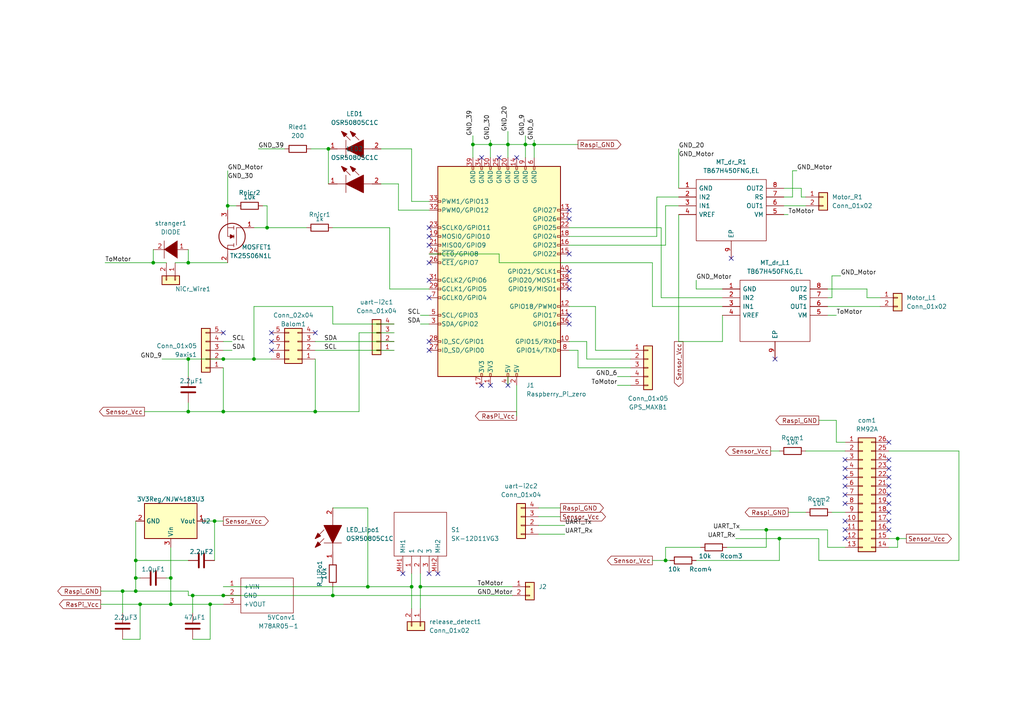
<source format=kicad_sch>
(kicad_sch (version 20211123) (generator eeschema)
  (paper "A4")
  (title_block (title "CanSat_MainBoard") (rev "1") (company "FUSiON_NEO"))
  (lib_symbols
    (symbol "Connector:Raspberry_Pi_2_3" (pin_names (offset 1.016))
      (property "Reference" "J" (at -17.78 31.75 0))
      (property "Value" "Raspberry_Pi_2_3" (at 10.16 -31.75 0))
      (symbol "Raspberry_Pi_2_3_0_1"
        (rectangle (start -17.78 30.48) (end 17.78 -30.48) (stroke (width 0.254)) (fill (type background)))
      )
      (symbol "Raspberry_Pi_2_3_1_1"
        (rectangle (start -16.891 -17.526) (end -17.78 -18.034))
        (rectangle (start -16.891 -14.986) (end -17.78 -15.494))
        (rectangle (start -16.891 -12.446) (end -17.78 -12.954))
        (rectangle (start -16.891 -9.906) (end -17.78 -10.414))
        (rectangle (start -16.891 -7.366) (end -17.78 -7.874))
        (rectangle (start -16.891 -4.826) (end -17.78 -5.334))
        (rectangle (start -16.891 0.254) (end -17.78 -0.254))
        (rectangle (start -16.891 2.794) (end -17.78 2.286))
        (rectangle (start -16.891 5.334) (end -17.78 4.826))
        (rectangle (start -16.891 10.414) (end -17.78 9.906))
        (rectangle (start -16.891 12.954) (end -17.78 12.446))
        (rectangle (start -16.891 15.494) (end -17.78 14.986))
        (rectangle (start -16.891 20.574) (end -17.78 20.066))
        (rectangle (start -16.891 23.114) (end -17.78 22.606))
        (rectangle (start -10.414 -29.591) (end -9.906 -30.48))
        (rectangle (start -7.874 -29.591) (end -7.366 -30.48))
        (rectangle (start -5.334 -29.591) (end -4.826 -30.48))
        (rectangle (start -5.334 30.48) (end -4.826 29.591))
        (rectangle (start -2.794 -29.591) (end -2.286 -30.48))
        (rectangle (start -2.794 30.48) (end -2.286 29.591))
        (rectangle (start -0.254 -29.591) (end 0.254 -30.48))
        (rectangle (start 2.286 -29.591) (end 2.794 -30.48))
        (rectangle (start 2.286 30.48) (end 2.794 29.591))
        (rectangle (start 4.826 -29.591) (end 5.334 -30.48))
        (rectangle (start 4.826 30.48) (end 5.334 29.591))
        (rectangle (start 7.366 -29.591) (end 7.874 -30.48))
        (rectangle (start 17.78 -20.066) (end 16.891 -20.574))
        (rectangle (start 17.78 -17.526) (end 16.891 -18.034))
        (rectangle (start 17.78 -12.446) (end 16.891 -12.954))
        (rectangle (start 17.78 -9.906) (end 16.891 -10.414))
        (rectangle (start 17.78 -7.366) (end 16.891 -7.874))
        (rectangle (start 17.78 -4.826) (end 16.891 -5.334))
        (rectangle (start 17.78 -2.286) (end 16.891 -2.794))
        (rectangle (start 17.78 2.794) (end 16.891 2.286))
        (rectangle (start 17.78 5.334) (end 16.891 4.826))
        (rectangle (start 17.78 7.874) (end 16.891 7.366))
        (rectangle (start 17.78 12.954) (end 16.891 12.446))
        (rectangle (start 17.78 15.494) (end 16.891 14.986))
        (rectangle (start 17.78 20.574) (end 16.891 20.066))
        (rectangle (start 17.78 23.114) (end 16.891 22.606))
        (pin power_in line (at 2.54 33.02 270) (length 2.54) (name "3V3") (number "1"))
        (pin bidirectional line (at -20.32 20.32 0) (length 2.54) (name "GPIO15/RXD") (number "10"))
        (pin bidirectional line (at -20.32 12.7 0) (length 2.54) (name "GPIO17") (number "11"))
        (pin bidirectional line (at -20.32 10.16 0) (length 2.54) (name "GPIO18/PWM0") (number "12"))
        (pin bidirectional line (at -20.32 -17.78 0) (length 2.54) (name "GPIO27") (number "13"))
        (pin power_in line (at -5.08 -33.02 90) (length 2.54) (name "GND") (number "14"))
        (pin bidirectional line (at -20.32 -5.08 0) (length 2.54) (name "GPIO22") (number "15"))
        (pin bidirectional line (at -20.32 -7.62 0) (length 2.54) (name "GPIO23") (number "16"))
        (pin power_in line (at 5.08 33.02 270) (length 2.54) (name "3V3") (number "17"))
        (pin bidirectional line (at -20.32 -10.16 0) (length 2.54) (name "GPIO24") (number "18"))
        (pin bidirectional line (at 20.32 -10.16 180) (length 2.54) (name "MOSI0/GPIO10") (number "19"))
        (pin power_in line (at -5.08 33.02 270) (length 2.54) (name "5V") (number "2"))
        (pin power_in line (at -2.54 -33.02 90) (length 2.54) (name "GND") (number "20"))
        (pin bidirectional line (at 20.32 -7.62 180) (length 2.54) (name "MISO0/GPIO9") (number "21"))
        (pin bidirectional line (at -20.32 -12.7 0) (length 2.54) (name "GPIO25") (number "22"))
        (pin bidirectional line (at 20.32 -12.7 180) (length 2.54) (name "SCLK0/GPIO11") (number "23"))
        (pin bidirectional line (at 20.32 -5.08 180) (length 2.54) (name "~{CE0}/GPIO8") (number "24"))
        (pin power_in line (at 0 -33.02 90) (length 2.54) (name "GND") (number "25"))
        (pin bidirectional line (at 20.32 -2.54 180) (length 2.54) (name "~{CE1}/GPIO7") (number "26"))
        (pin bidirectional line (at 20.32 22.86 180) (length 2.54) (name "ID_SD/GPIO0") (number "27"))
        (pin bidirectional line (at 20.32 20.32 180) (length 2.54) (name "ID_SC/GPIO1") (number "28"))
        (pin bidirectional line (at 20.32 5.08 180) (length 2.54) (name "GCLK1/GPIO5") (number "29"))
        (pin bidirectional line (at 20.32 15.24 180) (length 2.54) (name "SDA/GPIO2") (number "3"))
        (pin power_in line (at 2.54 -33.02 90) (length 2.54) (name "GND") (number "30"))
        (pin bidirectional line (at 20.32 2.54 180) (length 2.54) (name "GCLK2/GPIO6") (number "31"))
        (pin bidirectional line (at 20.32 -17.78 180) (length 2.54) (name "PWM0/GPIO12") (number "32"))
        (pin bidirectional line (at 20.32 -20.32 180) (length 2.54) (name "PWM1/GPIO13") (number "33"))
        (pin power_in line (at 5.08 -33.02 90) (length 2.54) (name "GND") (number "34"))
        (pin bidirectional line (at -20.32 5.08 0) (length 2.54) (name "GPIO19/MISO1") (number "35"))
        (pin bidirectional line (at -20.32 15.24 0) (length 2.54) (name "GPIO16") (number "36"))
        (pin bidirectional line (at -20.32 -15.24 0) (length 2.54) (name "GPIO26") (number "37"))
        (pin bidirectional line (at -20.32 2.54 0) (length 2.54) (name "GPIO20/MOSI1") (number "38"))
        (pin power_in line (at 7.62 -33.02 90) (length 2.54) (name "GND") (number "39"))
        (pin power_in line (at -2.54 33.02 270) (length 2.54) (name "5V") (number "4"))
        (pin bidirectional line (at -20.32 0 0) (length 2.54) (name "GPIO21/SCLK1") (number "40"))
        (pin bidirectional line (at 20.32 12.7 180) (length 2.54) (name "SCL/GPIO3") (number "5"))
        (pin power_in line (at -10.16 -33.02 90) (length 2.54) (name "GND") (number "6"))
        (pin bidirectional line (at 20.32 7.62 180) (length 2.54) (name "GCLK0/GPIO4") (number "7"))
        (pin bidirectional line (at -20.32 22.86 0) (length 2.54) (name "GPIO14/TXD") (number "8"))
        (pin power_in line (at -7.62 -33.02 90) (length 2.54) (name "GND") (number "9"))
      )
    )
    (symbol "Connector_Generic:Conn_01x02" (pin_names (offset 1.016) hide)
      (property "Reference" "J" (at 0 2.54 0))
      (property "Value" "Conn_01x02" (at 0 -5.08 0))
      (symbol "Conn_01x02_1_1"
        (rectangle (start -1.27 -2.413) (end 0 -2.667) (stroke (width 0.1524)))
        (rectangle (start -1.27 0.127) (end 0 -0.127) (stroke (width 0.1524)))
        (rectangle (start -1.27 1.27) (end 1.27 -3.81) (stroke (width 0.254)) (fill (type background)))
        (pin passive line (at -5.08 0 0) (length 3.81) (name "Pin_1") (number "1"))
        (pin passive line (at -5.08 -2.54 0) (length 3.81) (name "Pin_2") (number "2"))
      )
    )
    (symbol "Connector_Generic:Conn_01x04" (pin_names (offset 1.016) hide)
      (property "Reference" "J" (at 0 5.08 0))
      (property "Value" "Conn_01x04" (at 0 -7.62 0))
      (symbol "Conn_01x04_1_1"
        (rectangle (start -1.27 -4.953) (end 0 -5.207) (stroke (width 0.1524)))
        (rectangle (start -1.27 -2.413) (end 0 -2.667) (stroke (width 0.1524)))
        (rectangle (start -1.27 0.127) (end 0 -0.127) (stroke (width 0.1524)))
        (rectangle (start -1.27 2.667) (end 0 2.413) (stroke (width 0.1524)))
        (rectangle (start -1.27 3.81) (end 1.27 -6.35) (stroke (width 0.254)) (fill (type background)))
        (pin passive line (at -5.08 2.54 0) (length 3.81) (name "Pin_1") (number "1"))
        (pin passive line (at -5.08 0 0) (length 3.81) (name "Pin_2") (number "2"))
        (pin passive line (at -5.08 -2.54 0) (length 3.81) (name "Pin_3") (number "3"))
        (pin passive line (at -5.08 -5.08 0) (length 3.81) (name "Pin_4") (number "4"))
      )
    )
    (symbol "Connector_Generic:Conn_01x05" (pin_names (offset 1.016) hide)
      (property "Reference" "J" (at 0 7.62 0))
      (property "Value" "Conn_01x05" (at 0 -7.62 0))
      (symbol "Conn_01x05_1_1"
        (rectangle (start -1.27 -4.953) (end 0 -5.207) (stroke (width 0.1524)))
        (rectangle (start -1.27 -2.413) (end 0 -2.667) (stroke (width 0.1524)))
        (rectangle (start -1.27 0.127) (end 0 -0.127) (stroke (width 0.1524)))
        (rectangle (start -1.27 2.667) (end 0 2.413) (stroke (width 0.1524)))
        (rectangle (start -1.27 5.207) (end 0 4.953) (stroke (width 0.1524)))
        (rectangle (start -1.27 6.35) (end 1.27 -6.35) (stroke (width 0.254)) (fill (type background)))
        (pin passive line (at -5.08 5.08 0) (length 3.81) (name "Pin_1") (number "1"))
        (pin passive line (at -5.08 2.54 0) (length 3.81) (name "Pin_2") (number "2"))
        (pin passive line (at -5.08 0 0) (length 3.81) (name "Pin_3") (number "3"))
        (pin passive line (at -5.08 -2.54 0) (length 3.81) (name "Pin_4") (number "4"))
        (pin passive line (at -5.08 -5.08 0) (length 3.81) (name "Pin_5") (number "5"))
      )
    )
    (symbol "Connector_Generic:Conn_02x04_Counter_Clockwise" (pin_names (offset 1.016) hide)
      (property "Reference" "J" (at 1.27 5.08 0))
      (property "Value" "Conn_02x04_Counter_Clockwise" (at 1.27 -7.62 0))
      (symbol "Conn_02x04_Counter_Clockwise_1_1"
        (rectangle (start -1.27 -4.953) (end 0 -5.207) (stroke (width 0.1524)))
        (rectangle (start -1.27 -2.413) (end 0 -2.667) (stroke (width 0.1524)))
        (rectangle (start -1.27 0.127) (end 0 -0.127) (stroke (width 0.1524)))
        (rectangle (start -1.27 2.667) (end 0 2.413) (stroke (width 0.1524)))
        (rectangle (start -1.27 3.81) (end 3.81 -6.35) (stroke (width 0.254)) (fill (type background)))
        (rectangle (start 3.81 -4.953) (end 2.54 -5.207) (stroke (width 0.1524)))
        (rectangle (start 3.81 -2.413) (end 2.54 -2.667) (stroke (width 0.1524)))
        (rectangle (start 3.81 0.127) (end 2.54 -0.127) (stroke (width 0.1524)))
        (rectangle (start 3.81 2.667) (end 2.54 2.413) (stroke (width 0.1524)))
        (pin passive line (at -5.08 2.54 0) (length 3.81) (name "Pin_1") (number "1"))
        (pin passive line (at -5.08 0 0) (length 3.81) (name "Pin_2") (number "2"))
        (pin passive line (at -5.08 -2.54 0) (length 3.81) (name "Pin_3") (number "3"))
        (pin passive line (at -5.08 -5.08 0) (length 3.81) (name "Pin_4") (number "4"))
        (pin passive line (at 7.62 -5.08 180) (length 3.81) (name "Pin_5") (number "5"))
        (pin passive line (at 7.62 -2.54 180) (length 3.81) (name "Pin_6") (number "6"))
        (pin passive line (at 7.62 0 180) (length 3.81) (name "Pin_7") (number "7"))
        (pin passive line (at 7.62 2.54 180) (length 3.81) (name "Pin_8") (number "8"))
      )
    )
    (symbol "Connector_Generic:Conn_02x13_Counter_Clockwise" (pin_names (offset 1.016) hide)
      (property "Reference" "J" (at 1.27 17.78 0))
      (property "Value" "Conn_02x13_Counter_Clockwise" (at 1.27 -17.78 0))
      (symbol "Conn_02x13_Counter_Clockwise_1_1"
        (rectangle (start -1.27 -15.113) (end 0 -15.367) (stroke (width 0.1524)))
        (rectangle (start -1.27 -12.573) (end 0 -12.827) (stroke (width 0.1524)))
        (rectangle (start -1.27 -10.033) (end 0 -10.287) (stroke (width 0.1524)))
        (rectangle (start -1.27 -7.493) (end 0 -7.747) (stroke (width 0.1524)))
        (rectangle (start -1.27 -4.953) (end 0 -5.207) (stroke (width 0.1524)))
        (rectangle (start -1.27 -2.413) (end 0 -2.667) (stroke (width 0.1524)))
        (rectangle (start -1.27 0.127) (end 0 -0.127) (stroke (width 0.1524)))
        (rectangle (start -1.27 2.667) (end 0 2.413) (stroke (width 0.1524)))
        (rectangle (start -1.27 5.207) (end 0 4.953) (stroke (width 0.1524)))
        (rectangle (start -1.27 7.747) (end 0 7.493) (stroke (width 0.1524)))
        (rectangle (start -1.27 10.287) (end 0 10.033) (stroke (width 0.1524)))
        (rectangle (start -1.27 12.827) (end 0 12.573) (stroke (width 0.1524)))
        (rectangle (start -1.27 15.367) (end 0 15.113) (stroke (width 0.1524)))
        (rectangle (start -1.27 16.51) (end 3.81 -16.51) (stroke (width 0.254)) (fill (type background)))
        (rectangle (start 3.81 -15.113) (end 2.54 -15.367) (stroke (width 0.1524)))
        (rectangle (start 3.81 -12.573) (end 2.54 -12.827) (stroke (width 0.1524)))
        (rectangle (start 3.81 -10.033) (end 2.54 -10.287) (stroke (width 0.1524)))
        (rectangle (start 3.81 -7.493) (end 2.54 -7.747) (stroke (width 0.1524)))
        (rectangle (start 3.81 -4.953) (end 2.54 -5.207) (stroke (width 0.1524)))
        (rectangle (start 3.81 -2.413) (end 2.54 -2.667) (stroke (width 0.1524)))
        (rectangle (start 3.81 0.127) (end 2.54 -0.127) (stroke (width 0.1524)))
        (rectangle (start 3.81 2.667) (end 2.54 2.413) (stroke (width 0.1524)))
        (rectangle (start 3.81 5.207) (end 2.54 4.953) (stroke (width 0.1524)))
        (rectangle (start 3.81 7.747) (end 2.54 7.493) (stroke (width 0.1524)))
        (rectangle (start 3.81 10.287) (end 2.54 10.033) (stroke (width 0.1524)))
        (rectangle (start 3.81 12.827) (end 2.54 12.573) (stroke (width 0.1524)))
        (rectangle (start 3.81 15.367) (end 2.54 15.113) (stroke (width 0.1524)))
        (pin passive line (at -5.08 15.24 0) (length 3.81) (name "Pin_1") (number "1"))
        (pin passive line (at -5.08 -7.62 0) (length 3.81) (name "Pin_10") (number "10"))
        (pin passive line (at -5.08 -10.16 0) (length 3.81) (name "Pin_11") (number "11"))
        (pin passive line (at -5.08 -12.7 0) (length 3.81) (name "Pin_12") (number "12"))
        (pin passive line (at -5.08 -15.24 0) (length 3.81) (name "Pin_13") (number "13"))
        (pin passive line (at 7.62 -15.24 180) (length 3.81) (name "Pin_14") (number "14"))
        (pin passive line (at 7.62 -12.7 180) (length 3.81) (name "Pin_15") (number "15"))
        (pin passive line (at 7.62 -10.16 180) (length 3.81) (name "Pin_16") (number "16"))
        (pin passive line (at 7.62 -7.62 180) (length 3.81) (name "Pin_17") (number "17"))
        (pin passive line (at 7.62 -5.08 180) (length 3.81) (name "Pin_18") (number "18"))
        (pin passive line (at 7.62 -2.54 180) (length 3.81) (name "Pin_19") (number "19"))
        (pin passive line (at -5.08 12.7 0) (length 3.81) (name "Pin_2") (number "2"))
        (pin passive line (at 7.62 0 180) (length 3.81) (name "Pin_20") (number "20"))
        (pin passive line (at 7.62 2.54 180) (length 3.81) (name "Pin_21") (number "21"))
        (pin passive line (at 7.62 5.08 180) (length 3.81) (name "Pin_22") (number "22"))
        (pin passive line (at 7.62 7.62 180) (length 3.81) (name "Pin_23") (number "23"))
        (pin passive line (at 7.62 10.16 180) (length 3.81) (name "Pin_24") (number "24"))
        (pin passive line (at 7.62 12.7 180) (length 3.81) (name "Pin_25") (number "25"))
        (pin passive line (at 7.62 15.24 180) (length 3.81) (name "Pin_26") (number "26"))
        (pin passive line (at -5.08 10.16 0) (length 3.81) (name "Pin_3") (number "3"))
        (pin passive line (at -5.08 7.62 0) (length 3.81) (name "Pin_4") (number "4"))
        (pin passive line (at -5.08 5.08 0) (length 3.81) (name "Pin_5") (number "5"))
        (pin passive line (at -5.08 2.54 0) (length 3.81) (name "Pin_6") (number "6"))
        (pin passive line (at -5.08 0 0) (length 3.81) (name "Pin_7") (number "7"))
        (pin passive line (at -5.08 -2.54 0) (length 3.81) (name "Pin_8") (number "8"))
        (pin passive line (at -5.08 -5.08 0) (length 3.81) (name "Pin_9") (number "9"))
      )
    )
    (symbol "Device:C" (pin_numbers hide) (pin_names (offset 0.254))
      (property "Reference" "C" (at 0.635 2.54 0))
      (property "Value" "C" (at 0.635 -2.54 0))
      (symbol "C_0_1"
        (polyline (pts (xy -2.032 -0.762) (xy 2.032 -0.762)) (stroke (width 0.508)))
        (polyline (pts (xy -2.032 0.762) (xy 2.032 0.762)) (stroke (width 0.508)))
      )
      (symbol "C_1_1"
        (pin passive line (at 0 3.81 270) (length 2.794) (name "~") (number "1"))
        (pin passive line (at 0 -3.81 90) (length 2.794) (name "~") (number "2"))
      )
    )
    (symbol "Device:R" (pin_numbers hide) (pin_names (offset 0))
      (property "Reference" "R" (at 2.032 0 90))
      (property "Value" "R" (at 0 0 90))
      (symbol "R_0_1"
        (rectangle (start -1.016 -2.54) (end 1.016 2.54) (stroke (width 0.254)))
      )
      (symbol "R_1_1"
        (pin passive line (at 0 3.81 270) (length 1.27) (name "~") (number "1"))
        (pin passive line (at 0 -3.81 90) (length 1.27) (name "~") (number "2"))
      )
    )
    (symbol "M78AR05-1:M78AR05-1" (pin_names (offset 0.762))
      (property "Reference" "PS" (at 21.59 7.62 0))
      (property "Value" "M78AR05-1" (at 21.59 5.08 0))
      (symbol "M78AR05-1_0_0"
        (pin passive line (at 0 0 0) (length 5.08) (name "+VIN") (number "1"))
        (pin passive line (at 0 -2.54 0) (length 5.08) (name "GND") (number "2"))
        (pin passive line (at 0 -5.08 0) (length 5.08) (name "+VOUT") (number "3"))
      )
      (symbol "M78AR05-1_0_1"
        (polyline (pts (xy 5.08 2.54) (xy 20.32 2.54) (xy 20.32 -7.62) (xy 5.08 -7.62) (xy 5.08 2.54)) (stroke (width 0.1524)))
      )
    )
    (symbol "OSR50805C1C:OSR50805C1C" (pin_names (offset 0.762))
      (property "Reference" "LED" (at 12.7 8.89 0))
      (property "Value" "OSR50805C1C" (at 12.7 6.35 0))
      (symbol "OSR50805C1C_0_0"
        (pin passive line (at 0 0 0) (length 2.54) (name "~") (number "1"))
        (pin passive line (at 15.24 0 180) (length 2.54) (name "~") (number "2"))
      )
      (symbol "OSR50805C1C_0_1"
        (polyline (pts (xy 2.54 0) (xy 5.08 0)) (stroke (width 0.1524)))
        (polyline (pts (xy 5.08 2.54) (xy 5.08 -2.54)) (stroke (width 0.1524)))
        (polyline (pts (xy 6.35 2.54) (xy 3.81 5.08)) (stroke (width 0.1524)))
        (polyline (pts (xy 8.89 2.54) (xy 6.35 5.08)) (stroke (width 0.1524)))
        (polyline (pts (xy 10.16 0) (xy 12.7 0)) (stroke (width 0.1524)))
        (polyline (pts (xy 5.08 0) (xy 10.16 2.54) (xy 10.16 -2.54) (xy 5.08 0)) (stroke (width 0.254)) (fill (type outline)))
        (polyline (pts (xy 5.334 4.318) (xy 4.572 3.556) (xy 3.81 5.08) (xy 5.334 4.318)) (stroke (width 0.254)) (fill (type outline)))
        (polyline (pts (xy 7.874 4.318) (xy 7.112 3.556) (xy 6.35 5.08) (xy 7.874 4.318)) (stroke (width 0.254)) (fill (type outline)))
      )
    )
    (symbol "Regulator_Current:HV100K5-G"
      (property "Reference" "U?" (at 0 10.16 90))
      (property "Value" "NJW4183U3" (at -7.62 7.62 90))
      (symbol "HV100K5-G_0_1"
        (rectangle (start -5.08 7.62) (end 5.08 -7.62) (stroke (width 0.254)) (fill (type background)))
      )
      (symbol "HV100K5-G_1_1"
        (pin power_in line (at 0 10.16 270) (length 2.54) (name "Vout") (number "1"))
        (pin power_out line (at 0 -10.16 90) (length 2.54) (name "GND") (number "2"))
        (pin input line (at 7.62 0 180) (length 2.54) (name "Vin") (number "3"))
      )
    )
    (symbol "SK-12D11VG3:SK-12D11VG3" (pin_names (offset 0.762))
      (property "Reference" "S" (at 19.05 7.62 0))
      (property "Value" "SK-12D11VG3" (at 19.05 5.08 0))
      (symbol "SK-12D11VG3_0_0"
        (pin passive line (at 0 -2.54 0) (length 5.08) (name "1") (number "1"))
        (pin passive line (at 0 -5.08 0) (length 5.08) (name "2") (number "2"))
        (pin passive line (at 0 -7.62 0) (length 5.08) (name "3") (number "3"))
        (pin passive line (at 0 0 0) (length 5.08) (name "MH1") (number "MH1"))
        (pin passive line (at 0 -10.16 0) (length 5.08) (name "MH2") (number "MH2"))
      )
      (symbol "SK-12D11VG3_0_1"
        (polyline (pts (xy 5.08 2.54) (xy 17.78 2.54) (xy 17.78 -12.7) (xy 5.08 -12.7) (xy 5.08 2.54)) (stroke (width 0.1524)))
      )
    )
    (symbol "TB67H450FNG_EL:TB67H450FNG,EL" (pin_names (offset 0.762))
      (property "Reference" "IC" (at 26.67 7.62 0))
      (property "Value" "TB67H450FNG,EL" (at 26.67 5.08 0))
      (symbol "TB67H450FNG,EL_0_0"
        (pin passive line (at 0 0 0) (length 5.08) (name "GND") (number "1"))
        (pin passive line (at 0 -2.54 0) (length 5.08) (name "IN2") (number "2"))
        (pin passive line (at 0 -5.08 0) (length 5.08) (name "IN1") (number "3"))
        (pin passive line (at 0 -7.62 0) (length 5.08) (name "VREF") (number "4"))
        (pin passive line (at 30.48 -7.62 180) (length 5.08) (name "VM") (number "5"))
        (pin passive line (at 30.48 -5.08 180) (length 5.08) (name "OUT1") (number "6"))
        (pin passive line (at 30.48 -2.54 180) (length 5.08) (name "RS") (number "7"))
        (pin passive line (at 30.48 0 180) (length 5.08) (name "OUT2") (number "8"))
        (pin passive line (at 15.24 -20.32 90) (length 5.08) (name "EP") (number "9"))
      )
      (symbol "TB67H450FNG,EL_0_1"
        (polyline (pts (xy 5.08 2.54) (xy 25.4 2.54) (xy 25.4 -15.24) (xy 5.08 -15.24) (xy 5.08 2.54)) (stroke (width 0.1524)))
      )
    )
    (symbol "TK25S06N1L_LQ:TK25S06N1L,LQ" (pin_names (offset 0.762))
      (property "Reference" "Q" (at 11.43 3.81 0))
      (property "Value" "TK25S06N1L,LQ" (at 11.43 1.27 0))
      (symbol "TK25S06N1L,LQ_0_0"
        (pin passive line (at 0 0 0) (length 2.54) (name "~") (number "1"))
        (pin passive line (at 7.62 10.16 270) (length 2.54) (name "~") (number "2"))
        (pin passive line (at 7.62 -5.08 90) (length 2.54) (name "~") (number "3"))
      )
      (symbol "TK25S06N1L,LQ_0_1"
        (polyline (pts (xy 5.842 -0.508) (xy 5.842 0.508)) (stroke (width 0.1524)))
        (polyline (pts (xy 5.842 0) (xy 7.62 0)) (stroke (width 0.1524)))
        (polyline (pts (xy 5.842 2.032) (xy 5.842 3.048)) (stroke (width 0.1524)))
        (polyline (pts (xy 5.842 5.588) (xy 5.842 4.572)) (stroke (width 0.1524)))
        (polyline (pts (xy 7.62 2.54) (xy 5.842 2.54)) (stroke (width 0.1524)))
        (polyline (pts (xy 7.62 2.54) (xy 7.62 -2.54)) (stroke (width 0.1524)))
        (polyline (pts (xy 7.62 5.08) (xy 5.842 5.08)) (stroke (width 0.1524)))
        (polyline (pts (xy 7.62 5.08) (xy 7.62 7.62)) (stroke (width 0.1524)))
        (polyline (pts (xy 2.54 0) (xy 5.08 0) (xy 5.08 5.08)) (stroke (width 0.1524)))
        (polyline (pts (xy 5.842 2.54) (xy 6.858 3.048) (xy 6.858 2.032) (xy 5.842 2.54)) (stroke (width 0.254)) (fill (type outline)))
        (circle (center 6.35 2.54) (radius 3.81) (stroke (width 0.254)))
      )
    )
    (symbol "pspice:DIODE" (pin_names (offset 1.016) hide)
      (property "Reference" "D" (at 0 3.81 0))
      (property "Value" "DIODE" (at 0 -4.445 0))
      (symbol "DIODE_0_1"
        (polyline (pts (xy 1.905 2.54) (xy 1.905 -2.54)))
        (polyline (pts (xy -1.905 2.54) (xy -1.905 -2.54) (xy 1.905 0)) (fill (type outline)))
      )
      (symbol "DIODE_1_1"
        (pin input line (at -5.08 0 0) (length 3.81) (name "K") (number "1"))
        (pin input line (at 5.08 0 180) (length 3.81) (name "A") (number "2"))
      )
    )
  )
  (junction (at 106.68 170.18))
  (junction (at 35.56 171.45))
  (junction (at 193.04 162.56))
  (junction (at 55.88 172.72))
  (junction (at 39.37 162.56))
  (junction (at 91.44 119.38))
  (junction (at 73.66 104.14))
  (junction (at 121.92 170.18))
  (junction (at 260.35 156.21))
  (junction (at 66.04 59.69))
  (junction (at 54.61 104.14))
  (junction (at 64.77 119.38))
  (junction (at 39.37 171.45))
  (junction (at 64.77 104.14))
  (junction (at 54.61 119.38))
  (junction (at 96.52 172.72))
  (junction (at 152.4 41.91))
  (junction (at 62.23 151.13))
  (junction (at 54.61 76.2))
  (junction (at 226.06 156.21))
  (junction (at 77.47 66.04))
  (junction (at 44.45 76.2))
  (junction (at 64.77 172.72))
  (junction (at 154.94 41.91))
  (junction (at 40.64 175.26))
  (junction (at 222.25 153.67))
  (junction (at 147.32 41.91))
  (junction (at 137.16 41.91))
  (junction (at 142.24 41.91))
  (junction (at 39.37 167.64))
  (junction (at 119.38 170.18))
  (junction (at 49.53 175.26))
  (junction (at 95.25 43.18))
  (junction (at 49.53 167.64))
  (junction (at 60.96 175.26))
  (no_connect (at 147.32 111.76))
  (no_connect (at 257.81 148.59))
  (no_connect (at 257.81 151.13))
  (no_connect (at 165.1 93.98))
  (no_connect (at 165.1 91.44))
  (no_connect (at 165.1 83.82))
  (no_connect (at 165.1 81.28))
  (no_connect (at 165.1 78.74))
  (no_connect (at 149.86 45.72))
  (no_connect (at 144.78 45.72))
  (no_connect (at 139.7 45.72))
  (no_connect (at 165.1 63.5))
  (no_connect (at 124.46 66.04))
  (no_connect (at 124.46 99.06))
  (no_connect (at 124.46 101.6))
  (no_connect (at 124.46 68.58))
  (no_connect (at 124.46 71.12))
  (no_connect (at 124.46 76.2))
  (no_connect (at 124.46 81.28))
  (no_connect (at 124.46 86.36))
  (no_connect (at 127 166.37))
  (no_connect (at 116.84 166.37))
  (no_connect (at 124.46 166.37))
  (no_connect (at 78.74 99.06))
  (no_connect (at 245.11 133.35))
  (no_connect (at 257.81 153.67))
  (no_connect (at 245.11 153.67))
  (no_connect (at 245.11 151.13))
  (no_connect (at 245.11 135.89))
  (no_connect (at 245.11 138.43))
  (no_connect (at 245.11 140.97))
  (no_connect (at 245.11 143.51))
  (no_connect (at 245.11 146.05))
  (no_connect (at 212.09 74.93))
  (no_connect (at 224.79 104.14))
  (no_connect (at 78.74 101.6))
  (no_connect (at 139.7 111.76))
  (no_connect (at 142.24 111.76))
  (no_connect (at 64.77 96.52))
  (no_connect (at 165.1 73.66))
  (no_connect (at 257.81 140.97))
  (no_connect (at 257.81 128.27))
  (no_connect (at 245.11 156.21))
  (no_connect (at 257.81 133.35))
  (no_connect (at 257.81 135.89))
  (no_connect (at 257.81 138.43))
  (no_connect (at 257.81 143.51))
  (no_connect (at 257.81 146.05))
  (no_connect (at 78.74 96.52))
  (no_connect (at 91.44 96.52))
  (no_connect (at 165.1 60.96))
  (wire (pts (xy 115.57 60.96) (xy 115.57 53.34)))
  (wire (pts (xy 64.77 172.72) (xy 96.52 172.72)))
  (wire (pts (xy 189.23 88.9) (xy 209.55 88.9)))
  (wire (pts (xy 115.57 53.34) (xy 110.49 53.34)))
  (wire (pts (xy 226.06 156.21) (xy 237.49 156.21)))
  (wire (pts (xy 201.93 162.56) (xy 226.06 162.56)))
  (wire (pts (xy 213.36 156.21) (xy 226.06 156.21)))
  (wire (pts (xy 66.04 59.69) (xy 66.04 60.96)))
  (wire (pts (xy 124.46 60.96) (xy 115.57 60.96)))
  (wire (pts (xy 54.61 72.39) (xy 54.61 76.2)))
  (wire (pts (xy 260.35 158.75) (xy 260.35 156.21)))
  (wire (pts (xy 73.66 104.14) (xy 78.74 104.14)))
  (wire (pts (xy 62.23 151.13) (xy 64.77 151.13)))
  (wire (pts (xy 209.55 91.44) (xy 209.55 99.06)))
  (wire (pts (xy 96.52 172.72) (xy 148.59 172.72)))
  (wire (pts (xy 147.32 41.91) (xy 147.32 45.72)))
  (wire (pts (xy 191.77 86.36) (xy 209.55 86.36)))
  (wire (pts (xy 237.49 156.21) (xy 237.49 162.56)))
  (wire (pts (xy 54.61 172.72) (xy 55.88 172.72)))
  (wire (pts (xy 222.25 153.67) (xy 222.25 158.75)))
  (wire (pts (xy 54.61 116.84) (xy 54.61 119.38)))
  (wire (pts (xy 179.07 111.76) (xy 182.88 111.76)))
  (wire (pts (xy 152.4 41.91) (xy 154.94 41.91)))
  (wire (pts (xy 165.1 71.12) (xy 193.04 71.12)))
  (wire (pts (xy 222.25 153.67) (xy 240.03 153.67)))
  (wire (pts (xy 170.18 99.06) (xy 165.1 99.06)))
  (wire (pts (xy 77.47 66.04) (xy 88.9 66.04)))
  (wire (pts (xy 121.92 91.44) (xy 124.46 91.44)))
  (wire (pts (xy 121.92 93.98) (xy 124.46 93.98)))
  (wire (pts (xy 90.17 43.18) (xy 95.25 43.18)))
  (wire (pts (xy 35.56 185.42) (xy 40.64 185.42)))
  (wire (pts (xy 64.77 99.06) (xy 67.31 99.06)))
  (wire (pts (xy 64.77 104.14) (xy 54.61 104.14)))
  (wire (pts (xy 147.32 41.91) (xy 152.4 41.91)))
  (wire (pts (xy 44.45 76.2) (xy 48.26 76.2)))
  (wire (pts (xy 240.03 153.67) (xy 240.03 158.75)))
  (wire (pts (xy 144.78 73.66) (xy 124.46 73.66)))
  (wire (pts (xy 147.32 109.22) (xy 147.32 111.76)))
  (wire (pts (xy 165.1 88.9) (xy 172.72 88.9)))
  (wire (pts (xy 119.38 43.18) (xy 110.49 43.18)))
  (wire (pts (xy 201.93 83.82) (xy 209.55 83.82)))
  (wire (pts (xy 167.64 101.6) (xy 165.1 101.6)))
  (wire (pts (xy 233.68 57.15) (xy 232.41 57.15)))
  (wire (pts (xy 165.1 66.04) (xy 191.77 66.04)))
  (wire (pts (xy 64.77 119.38) (xy 91.44 119.38)))
  (wire (pts (xy 193.04 59.69) (xy 196.85 59.69)))
  (wire (pts (xy 214.63 153.67) (xy 222.25 153.67)))
  (wire (pts (xy 66.04 59.69) (xy 68.58 59.69)))
  (wire (pts (xy 241.3 148.59) (xy 245.11 148.59)))
  (wire (pts (xy 196.85 62.23) (xy 196.85 99.06)))
  (wire (pts (xy 66.04 49.53) (xy 66.04 59.69)))
  (wire (pts (xy 39.37 167.64) (xy 39.37 171.45)))
  (wire (pts (xy 124.46 83.82) (xy 113.03 83.82)))
  (wire (pts (xy 121.92 166.37) (xy 121.92 170.18)))
  (wire (pts (xy 260.35 156.21) (xy 262.89 156.21)))
  (wire (pts (xy 165.1 68.58) (xy 190.5 68.58)))
  (wire (pts (xy 35.56 171.45) (xy 39.37 171.45)))
  (wire (pts (xy 54.61 104.14) (xy 46.99 104.14)))
  (wire (pts (xy 96.52 147.32) (xy 106.68 147.32)))
  (wire (pts (xy 74.93 43.18) (xy 82.55 43.18)))
  (wire (pts (xy 154.94 41.91) (xy 167.64 41.91)))
  (wire (pts (xy 96.52 66.04) (xy 113.03 66.04)))
  (wire (pts (xy 240.03 88.9) (xy 255.27 88.9)))
  (wire (pts (xy 242.57 121.92) (xy 242.57 128.27)))
  (wire (pts (xy 241.3 86.36) (xy 240.03 86.36)))
  (wire (pts (xy 59.69 151.13) (xy 62.23 151.13)))
  (wire (pts (xy 189.23 162.56) (xy 193.04 162.56)))
  (wire (pts (xy 278.13 130.81) (xy 257.81 130.81)))
  (wire (pts (xy 91.44 99.06) (xy 114.3 99.06)))
  (wire (pts (xy 119.38 58.42) (xy 119.38 43.18)))
  (wire (pts (xy 240.03 158.75) (xy 245.11 158.75)))
  (wire (pts (xy 50.8 76.2) (xy 54.61 76.2)))
  (wire (pts (xy 232.41 57.15) (xy 232.41 54.61)))
  (wire (pts (xy 196.85 43.18) (xy 196.85 54.61)))
  (wire (pts (xy 30.48 76.2) (xy 44.45 76.2)))
  (wire (pts (xy 156.21 152.4) (xy 163.83 152.4)))
  (wire (pts (xy 121.92 170.18) (xy 121.92 176.53)))
  (wire (pts (xy 124.46 58.42) (xy 119.38 58.42)))
  (wire (pts (xy 60.96 175.26) (xy 60.96 185.42)))
  (wire (pts (xy 240.03 83.82) (xy 251.46 83.82)))
  (wire (pts (xy 48.26 167.64) (xy 49.53 167.64)))
  (wire (pts (xy 167.64 101.6) (xy 167.64 106.68)))
  (wire (pts (xy 49.53 158.75) (xy 49.53 167.64)))
  (wire (pts (xy 242.57 128.27) (xy 245.11 128.27)))
  (wire (pts (xy 104.14 96.52) (xy 114.3 96.52)))
  (wire (pts (xy 96.52 170.18) (xy 96.52 172.72)))
  (wire (pts (xy 142.24 41.91) (xy 142.24 45.72)))
  (wire (pts (xy 229.87 57.15) (xy 227.33 57.15)))
  (wire (pts (xy 39.37 162.56) (xy 39.37 167.64)))
  (wire (pts (xy 39.37 162.56) (xy 54.61 162.56)))
  (wire (pts (xy 106.68 170.18) (xy 119.38 170.18)))
  (wire (pts (xy 55.88 172.72) (xy 55.88 177.8)))
  (wire (pts (xy 64.77 170.18) (xy 106.68 170.18)))
  (wire (pts (xy 233.68 130.81) (xy 245.11 130.81)))
  (wire (pts (xy 137.16 41.91) (xy 142.24 41.91)))
  (wire (pts (xy 190.5 57.15) (xy 196.85 57.15)))
  (wire (pts (xy 154.94 41.91) (xy 154.94 45.72)))
  (wire (pts (xy 189.23 88.9) (xy 189.23 76.2)))
  (wire (pts (xy 91.44 101.6) (xy 114.3 101.6)))
  (wire (pts (xy 147.32 38.1) (xy 147.32 41.91)))
  (wire (pts (xy 182.88 101.6) (xy 172.72 101.6)))
  (wire (pts (xy 62.23 151.13) (xy 62.23 162.56)))
  (wire (pts (xy 119.38 170.18) (xy 119.38 176.53)))
  (wire (pts (xy 149.86 111.76) (xy 149.86 120.65)))
  (wire (pts (xy 77.47 59.69) (xy 77.47 66.04)))
  (wire (pts (xy 191.77 66.04) (xy 191.77 86.36)))
  (wire (pts (xy 228.6 148.59) (xy 233.68 148.59)))
  (wire (pts (xy 142.24 41.91) (xy 147.32 41.91)))
  (wire (pts (xy 91.44 104.14) (xy 91.44 119.38)))
  (wire (pts (xy 190.5 68.58) (xy 190.5 57.15)))
  (wire (pts (xy 39.37 151.13) (xy 39.37 162.56)))
  (wire (pts (xy 251.46 86.36) (xy 255.27 86.36)))
  (wire (pts (xy 227.33 59.69) (xy 233.68 59.69)))
  (wire (pts (xy 210.82 158.75) (xy 222.25 158.75)))
  (wire (pts (xy 154.94 40.64) (xy 154.94 41.91)))
  (wire (pts (xy 29.21 171.45) (xy 35.56 171.45)))
  (wire (pts (xy 152.4 45.72) (xy 152.4 41.91)))
  (wire (pts (xy 142.24 40.64) (xy 142.24 41.91)))
  (wire (pts (xy 73.66 66.04) (xy 77.47 66.04)))
  (wire (pts (xy 91.44 119.38) (xy 104.14 119.38)))
  (wire (pts (xy 54.61 171.45) (xy 54.61 172.72)))
  (wire (pts (xy 73.66 88.9) (xy 96.52 88.9)))
  (wire (pts (xy 40.64 175.26) (xy 40.64 185.42)))
  (wire (pts (xy 119.38 166.37) (xy 119.38 170.18)))
  (wire (pts (xy 231.14 49.53) (xy 229.87 49.53)))
  (wire (pts (xy 39.37 167.64) (xy 40.64 167.64)))
  (wire (pts (xy 60.96 175.26) (xy 64.77 175.26)))
  (wire (pts (xy 41.91 119.38) (xy 54.61 119.38)))
  (wire (pts (xy 223.52 130.81) (xy 226.06 130.81)))
  (wire (pts (xy 64.77 104.14) (xy 73.66 104.14)))
  (wire (pts (xy 39.37 171.45) (xy 54.61 171.45)))
  (wire (pts (xy 182.88 109.22) (xy 179.07 109.22)))
  (wire (pts (xy 40.64 175.26) (xy 49.53 175.26)))
  (wire (pts (xy 201.93 81.28) (xy 201.93 83.82)))
  (wire (pts (xy 64.77 106.68) (xy 64.77 119.38)))
  (wire (pts (xy 35.56 171.45) (xy 35.56 177.8)))
  (wire (pts (xy 193.04 158.75) (xy 193.04 162.56)))
  (wire (pts (xy 49.53 175.26) (xy 60.96 175.26)))
  (wire (pts (xy 64.77 101.6) (xy 67.31 101.6)))
  (wire (pts (xy 121.92 170.18) (xy 148.59 170.18)))
  (wire (pts (xy 240.03 91.44) (xy 242.57 91.44)))
  (wire (pts (xy 54.61 104.14) (xy 54.61 109.22)))
  (wire (pts (xy 156.21 154.94) (xy 163.83 154.94)))
  (wire (pts (xy 278.13 162.56) (xy 278.13 130.81)))
  (wire (pts (xy 182.88 106.68) (xy 167.64 106.68)))
  (wire (pts (xy 96.52 88.9) (xy 96.52 93.98)))
  (wire (pts (xy 55.88 172.72) (xy 64.77 172.72)))
  (wire (pts (xy 54.61 119.38) (xy 64.77 119.38)))
  (wire (pts (xy 193.04 71.12) (xy 193.04 59.69)))
  (wire (pts (xy 96.52 93.98) (xy 114.3 93.98)))
  (wire (pts (xy 229.87 49.53) (xy 229.87 57.15)))
  (wire (pts (xy 29.21 175.26) (xy 40.64 175.26)))
  (wire (pts (xy 152.4 41.91) (xy 152.4 39.37)))
  (wire (pts (xy 156.21 149.86) (xy 162.56 149.86)))
  (wire (pts (xy 104.14 119.38) (xy 104.14 96.52)))
  (wire (pts (xy 226.06 156.21) (xy 226.06 162.56)))
  (wire (pts (xy 257.81 158.75) (xy 260.35 158.75)))
  (wire (pts (xy 232.41 54.61) (xy 227.33 54.61)))
  (wire (pts (xy 137.16 39.37) (xy 137.16 41.91)))
  (wire (pts (xy 237.49 162.56) (xy 278.13 162.56)))
  (wire (pts (xy 242.57 121.92) (xy 237.49 121.92)))
  (wire (pts (xy 170.18 99.06) (xy 170.18 104.14)))
  (wire (pts (xy 144.78 76.2) (xy 144.78 73.66)))
  (wire (pts (xy 203.2 158.75) (xy 193.04 158.75)))
  (wire (pts (xy 49.53 167.64) (xy 49.53 175.26)))
  (wire (pts (xy 251.46 83.82) (xy 251.46 86.36)))
  (wire (pts (xy 76.2 59.69) (xy 77.47 59.69)))
  (wire (pts (xy 106.68 147.32) (xy 106.68 170.18)))
  (wire (pts (xy 172.72 88.9) (xy 172.72 101.6)))
  (wire (pts (xy 137.16 41.91) (xy 137.16 45.72)))
  (wire (pts (xy 257.81 156.21) (xy 260.35 156.21)))
  (wire (pts (xy 209.55 99.06) (xy 196.85 99.06)))
  (wire (pts (xy 193.04 162.56) (xy 194.31 162.56)))
  (wire (pts (xy 156.21 147.32) (xy 162.56 147.32)))
  (wire (pts (xy 73.66 104.14) (xy 73.66 88.9)))
  (wire (pts (xy 243.84 80.01) (xy 241.3 80.01)))
  (wire (pts (xy 95.25 43.18) (xy 95.25 53.34)))
  (wire (pts (xy 227.33 62.23) (xy 228.6 62.23)))
  (wire (pts (xy 54.61 76.2) (xy 66.04 76.2)))
  (wire (pts (xy 55.88 185.42) (xy 60.96 185.42)))
  (wire (pts (xy 189.23 76.2) (xy 144.78 76.2)))
  (wire (pts (xy 241.3 80.01) (xy 241.3 86.36)))
  (wire (pts (xy 44.45 72.39) (xy 44.45 76.2)))
  (wire (pts (xy 182.88 104.14) (xy 170.18 104.14)))
  (wire (pts (xy 113.03 66.04) (xy 113.03 83.82)))
  (label "GND_Motor" (at 138.43 172.72 0))
  (label "GND_39" (at 74.93 43.18 0))
  (label "GND_30" (at 66.04 52.07 0))
  (label "GND_9" (at 152.4 39.37 90))
  (label "GND_6" (at 154.94 40.64 90))
  (label "GND_Motor" (at 66.04 49.53 0))
  (label "ToMotor" (at 228.6 62.23 0))
  (label "ToMotor" (at 30.48 76.2 0))
  (label "SDA" (at 93.98 99.06 0))
  (label "ToMotor" (at 138.43 170.18 0))
  (label "GND_Motor" (at 231.14 49.53 0))
  (label "GND_20" (at 147.32 38.1 90))
  (label "GND_Motor" (at 196.85 45.72 0))
  (label "GND_6" (at 179.07 109.22 180))
  (label "GND_39" (at 137.16 39.37 90))
  (label "SCL" (at 67.31 99.06 0))
  (label "GND_Motor" (at 201.93 81.28 0))
  (label "GND_30" (at 142.24 40.64 90))
  (label "UART_Tx" (at 163.83 152.4 0))
  (label "SCL" (at 93.98 101.6 0))
  (label "SDA" (at 121.92 93.98 180))
  (label "SCL" (at 121.92 91.44 180))
  (label "GND_20" (at 196.85 43.18 0))
  (label "GND_9" (at 46.99 104.14 180))
  (label "ToMotor" (at 242.57 91.44 0))
  (label "SDA" (at 67.31 101.6 0))
  (label "ToMotor" (at 179.07 111.76 180))
  (label "UART_Rx" (at 213.36 156.21 180))
  (label "UART_Tx" (at 214.63 153.67 180))
  (label "GND_Motor" (at 243.84 80.01 0))
  (label "UART_Rx" (at 163.83 154.94 0))
  (global_label "Sensor_Vcc" (shape output) (at 262.89 156.21 0) (property "Intersheet References" "${INTERSHEET_REFS}" (effects hide)))
  (global_label "Sensor_Vcc" (shape output) (at 189.23 162.56 180) (property "Intersheet References" "${INTERSHEET_REFS}" (effects hide)))
  (global_label "Sensor_Vcc" (shape output) (at 41.91 119.38 180) (property "Intersheet References" "${INTERSHEET_REFS}" (effects hide)))
  (global_label "Sensor_Vcc" (shape output) (at 196.85 99.06 270) (property "Intersheet References" "${INTERSHEET_REFS}" (effects hide)))
  (global_label "Raspi_GND" (shape output) (at 167.64 41.91 0) (property "シート間のリファレンス" "${INTERSHEET_REFS}" (effects hide)))
  (global_label "RasPi_Vcc" (shape output) (at 29.21 175.26 180) (property "シート間のリファレンス" "${INTERSHEET_REFS}" (effects hide)))
  (global_label "Sensor_Vcc" (shape output) (at 162.56 149.86 0) (property "Intersheet References" "${INTERSHEET_REFS}" (effects hide)))
  (global_label "Sensor_Vcc" (shape output) (at 64.77 151.13 0) (property "Intersheet References" "${INTERSHEET_REFS}" (effects hide)))
  (global_label "Raspi_GND" (shape output) (at 237.49 121.92 180) (property "シート間のリファレンス" "${INTERSHEET_REFS}" (effects hide)))
  (global_label "Raspi_GND" (shape output) (at 228.6 148.59 180) (property "シート間のリファレンス" "${INTERSHEET_REFS}" (effects hide)))
  (global_label "RasPi_Vcc" (shape output) (at 149.86 120.65 180) (property "シート間のリファレンス" "${INTERSHEET_REFS}" (effects hide)))
  (global_label "Raspi_GND" (shape output) (at 162.56 147.32 0) (property "シート間のリファレンス" "${INTERSHEET_REFS}" (effects hide)))
  (global_label "Sensor_Vcc" (shape output) (at 223.52 130.81 180) (property "Intersheet References" "${INTERSHEET_REFS}" (effects hide)))
  (global_label "Raspi_GND" (shape output) (at 29.21 171.45 180) (property "シート間のリファレンス" "${INTERSHEET_REFS}" (effects hide)))
  (symbol (lib_id "Connector_Generic:Conn_01x02") (at 50.8 81.28 270) (unit 1)
    (property "Reference" "NiCr_Wire1" (at 50.8001 83.82 90) (effects (justify left)))
    (property "Value" "Conn_01x02" (effects hide))
    (property "Footprint" "Connector_JST:JST_EH_S2B-EH_1x02_P2.50mm_Horizontal" (effects hide))
  )
  (symbol (lib_id "TB67H450FNG_EL:TB67H450FNG,EL") (at 196.85 54.61 0) (unit 1)
    (property "Reference" "MT_dr_R1" (at 212.09 46.99 0))
    (property "Value" "TB67H450FNG,EL" (at 212.09 49.53 0))
    (property "Footprint" "Package_SO:HSOP-8-1EP_3.9x4.9mm_P1.27mm_EP2.3x2.3mm" (effects hide))
    (property "Datasheet" "http://toshiba.semicon-storage.com/info/docget.jsp?did=65346&prodName=TB67H450FNG" (effects hide))
    (property "Description" "Motor / Motion / Ignition Controllers & Drivers Brushed Motor Driver IC, 50V, 3.5A, TSSOP8 Package, PB-FREE" (effects hide))
    (property "Height" "1.75" (effects hide))
    (property "Manufacturer_Name" "Toshiba" (effects hide))
    (property "Manufacturer_Part_Number" "TB67H450FNG,EL" (effects hide))
    (property "Mouser Part Number" "757-TB67H450FNGEL" (effects hide))
    (property "Mouser Price/Stock" "https://www.mouser.co.uk/ProductDetail/Toshiba/TB67H450FNGEL?qs=h6V4JsTaLXeReNg2bp0jug%3D%3D" (effects hide))
    (property "Arrow Part Number" "TB67H450FNG,EL" (effects hide))
    (property "Arrow Price/Stock" "https://www.arrow.com/en/products/tb67h450fngel/toshiba?region=nac" (effects hide))
  )
  (symbol (lib_id "Connector_Generic:Conn_01x04") (at 151.13 152.4 180) (unit 1)
    (property "Reference" "uart-i2c2" (at 151.13 140.97 0))
    (property "Value" "Conn_01x04" (at 151.13 143.51 0))
    (property "Footprint" "Connector_PinSocket_2.54mm:PinSocket_1x04_P2.54mm_Horizontal" (effects hide))
  )
  (symbol (lib_id "Connector_Generic:Conn_02x04_Counter_Clockwise") (at 86.36 101.6 180) (unit 1)
    (property "Reference" "Balom1" (at 85.09 93.98 0))
    (property "Value" "Conn_02x04" (at 85.09 91.44 0))
    (property "Footprint" "Package_DIP:DIP-8_W7.62mm_LongPads" (effects hide))
  )
  (symbol (lib_id "pspice:DIODE") (at 49.53 72.39 180) (unit 1)
    (property "Reference" "stranger1" (at 49.53 64.77 0))
    (property "Value" "DIODE" (at 49.53 67.31 0))
    (property "Footprint" "Diode_THT:D_5KPW_P12.70mm_Horizontal" (effects hide))
  )
  (symbol (lib_id "Connector_Generic:Conn_01x05") (at 187.96 106.68 0) (unit 1)
    (property "Reference" "GPS_MAXB1" (at 187.96 118.11 0))
    (property "Value" "Conn_01x05" (at 187.96 115.57 0))
    (property "Footprint" "Connector_JST:JST_EH_S5B-EH_1x05_P2.50mm_Horizontal" (effects hide))
  )
  (symbol (lib_id "Connector_Generic:Conn_01x02") (at 238.76 57.15 0) (unit 1)
    (property "Reference" "Motor_R1" (at 241.3 57.1499 0) (effects (justify left)))
    (property "Value" "Conn_01x02" (at 241.3 59.6899 0) (effects (justify left)))
    (property "Footprint" "Connector_JST:JST_EH_S2B-EH_1x02_P2.50mm_Horizontal" (effects hide))
  )
  (symbol (lib_id "Connector_Generic:Conn_02x13_Counter_Clockwise") (at 250.19 143.51 0) (unit 1)
    (property "Reference" "com1" (at 251.46 121.92 0))
    (property "Value" "RM92A" (at 251.46 124.46 0))
    (property "Footprint" "RM-92A:RM-92A" (effects hide))
  )
  (symbol (lib_id "Device:R") (at 72.39 59.69 90) (unit 1)
    (property "Reference" "Rnicr2" (at 72.39 55.88 90))
    (property "Value" "10k" (at 72.39 57.15 90))
    (property "Footprint" "Resistor_SMD:R_0603_1608Metric" (effects hide))
  )
  (symbol (lib_id "OSR50805C1C:OSR50805C1C") (at 95.25 53.34 0) (unit 1)
    (property "Reference" "LED2" (at 102.87 43.18 0))
    (property "Value" "OSR50805C1C" (at 102.87 45.72 0))
    (property "Footprint" "LED_SMD:LED_0805_2012Metric" (effects hide))
    (property "Datasheet" "http://akizukidenshi.com/download/ds/optosupply/OSXX0805C1C.pdf" (effects hide))
    (property "Description" "2.0x1.25x1.0mm(0805) standard package." (effects hide))
    (property "Height" "1.2" (effects hide))
    (property "Manufacturer_Name" "OptoSupply" (effects hide))
    (property "Manufacturer_Part_Number" "OSR50805C1C" (effects hide))
  )
  (symbol (lib_id "OSR50805C1C:OSR50805C1C") (at 96.52 162.56 90) (unit 1)
    (property "Reference" "LED_Lipo1" (at 100.33 153.6699 90) (effects (justify right)))
    (property "Value" "OSR50805C1C" (at 100.33 156.2099 90) (effects (justify right)))
    (property "Footprint" "LED_SMD:LED_0805_2012Metric" (effects hide))
    (property "Datasheet" "http://akizukidenshi.com/download/ds/optosupply/OSXX0805C1C.pdf" (effects hide))
    (property "Description" "2.0x1.25x1.0mm(0805) standard package." (effects hide))
    (property "Height" "1.2" (effects hide))
    (property "Manufacturer_Name" "OptoSupply" (effects hide))
    (property "Manufacturer_Part_Number" "OSR50805C1C" (effects hide))
  )
  (symbol (lib_id "Device:C") (at 44.45 167.64 90) (unit 1)
    (property "Reference" "1.0μF1" (at 44.45 165.1 90))
    (property "Value" "C" (effects hide))
    (property "Footprint" "Capacitor_SMD:C_0603_1608Metric" (effects hide))
  )
  (symbol (lib_id "M78AR05-1:M78AR05-1") (at 64.77 170.18 0) (unit 1)
    (property "Reference" "5VConv1" (at 77.47 179.07 0) (effects (justify left)))
    (property "Value" "M78AR05-1" (at 74.93 181.61 0) (effects (justify left)))
    (property "Footprint" "Regulator:M78AR05-1" (effects hide))
    (property "Datasheet" "https://www.minmax.com.tw/en/download/files/692/M78AR-1_Datasheet.pdf" (effects hide))
    (property "Description" "Switching Regulator 1A, SIP Package" (effects hide))
    (property "Manufacturer_Name" "Minmax" (effects hide))
    (property "Manufacturer_Part_Number" "M78AR05-1" (effects hide))
  )
  (symbol (lib_id "Connector_Generic:Conn_01x02") (at 260.35 86.36 0) (unit 1)
    (property "Reference" "Motor_L1" (at 262.89 86.3599 0) (effects (justify left)))
    (property "Value" "Conn_01x02" (at 262.89 88.8999 0) (effects (justify left)))
    (property "Footprint" "Connector_JST:JST_EH_S2B-EH_1x02_P2.50mm_Horizontal" (effects hide))
  )
  (symbol (lib_id "Device:R") (at 92.71 66.04 90) (unit 1)
    (property "Reference" "Rnicr1" (at 92.71 62.23 90))
    (property "Value" "1k" (at 92.71 63.5 90))
    (property "Footprint" "Resistor_SMD:R_0603_1608Metric" (effects hide))
  )
  (symbol (lib_id "Device:R") (at 96.52 166.37 180) (unit 1)
    (property "Reference" "R_LiPo1" (at 92.71 166.37 90))
    (property "Value" "10k" (at 93.98 166.37 90))
    (property "Footprint" "Resistor_SMD:R_0603_1608Metric" (effects hide))
  )
  (symbol (lib_id "Connector_Generic:Conn_01x05") (at 59.69 101.6 180) (unit 1)
    (property "Reference" "9axis1" (at 57.15 102.8701 0) (effects (justify left)))
    (property "Value" "Conn_01x05" (at 57.15 100.3301 0) (effects (justify left)))
    (property "Footprint" "Connector_JST:JST_EH_S5B-EH_1x05_P2.50mm_Horizontal" (effects hide))
  )
  (symbol (lib_id "SK-12D11VG3:SK-12D11VG3") (at 116.84 166.37 90) (unit 1)
    (property "Reference" "S1" (at 130.81 153.6699 90) (effects (justify right)))
    (property "Value" "SK-12D11VG3" (at 130.81 156.2099 90) (effects (justify right)))
    (property "Footprint" "switch:SK-12D11VG3" (effects hide))
    (property "Datasheet" "https://akizukidenshi.com/download/ds/jinbeili/AKIZUKI-SK-12D11VG3.pdf" (effects hide))
    (property "Description" "Slide Switch" (effects hide))
    (property "Height" "3.8" (effects hide))
    (property "Manufacturer_Name" "Xiamen" (effects hide))
    (property "Manufacturer_Part_Number" "SK-12D11VG3" (effects hide))
  )
  (symbol (lib_id "TK25S06N1L_LQ:TK25S06N1L,LQ") (at 73.66 66.04 180) (unit 1)
    (property "Reference" "MOSFET1" (at 78.74 72.39 0) (effects (justify left top)))
    (property "Value" "TK25S06N1L" (at 78.74 74.93 0) (effects (justify left top)))
    (property "Footprint" "Mosfet:TK25s06N1L" (effects hide))
    (property "Datasheet" "https://toshiba.semicon-storage.com/" (effects hide))
    (property "Description" "Pb-F POWER MOSFET TRANSISTOR DPAK+ PD=57W F=1MHZ" (effects hide))
    (property "Height" "2.5" (effects hide))
    (property "Manufacturer_Name" "Toshiba" (effects hide))
    (property "Manufacturer_Part_Number" "TK25S06N1L,LQ" (effects hide))
    (property "Mouser Part Number" "757-TK25S06N1LLQ" (effects hide))
    (property "Mouser Price/Stock" "https://www.mouser.co.uk/ProductDetail/Toshiba/TK25S06N1LLQ?qs=B6kkDfuK7%2FDkhNLj06vMjQ%3D%3D" (effects hide))
    (property "Arrow Part Number" "TK25S06N1L,LQ" (effects hide))
    (property "Arrow Price/Stock" "https://www.arrow.com/en/products/tk25s06n1llq/toshiba" (effects hide))
  )
  (symbol (lib_id "Device:C") (at 58.42 162.56 90) (unit 1)
    (property "Reference" "2.2μF2" (at 58.42 160.02 90))
    (property "Value" "C" (effects hide))
    (property "Footprint" "Capacitor_SMD:C_0603_1608Metric" (effects hide))
  )
  (symbol (lib_id "Connector_Generic:Conn_01x04") (at 109.22 99.06 180) (unit 1)
    (property "Reference" "uart-i2c1" (at 109.22 87.63 0))
    (property "Value" "Conn_01x04" (at 109.22 90.17 0))
    (property "Footprint" "Connector_PinSocket_2.54mm:PinSocket_1x04_P2.54mm_Horizontal" (effects hide))
  )
  (symbol (lib_id "TB67H450FNG_EL:TB67H450FNG,EL") (at 209.55 83.82 0) (unit 1)
    (property "Reference" "MT_dr_L1" (at 224.79 76.2 0))
    (property "Value" "TB67H450FNG,EL" (at 224.79 78.74 0))
    (property "Footprint" "Package_SO:HSOP-8-1EP_3.9x4.9mm_P1.27mm_EP2.3x2.3mm" (effects hide))
    (property "Datasheet" "http://toshiba.semicon-storage.com/info/docget.jsp?did=65346&prodName=TB67H450FNG" (effects hide))
    (property "Description" "Motor / Motion / Ignition Controllers & Drivers Brushed Motor Driver IC, 50V, 3.5A, TSSOP8 Package, PB-FREE" (effects hide))
    (property "Height" "1.75" (effects hide))
    (property "Manufacturer_Name" "Toshiba" (effects hide))
    (property "Manufacturer_Part_Number" "TB67H450FNG,EL" (effects hide))
    (property "Mouser Part Number" "757-TB67H450FNGEL" (effects hide))
    (property "Mouser Price/Stock" "https://www.mouser.co.uk/ProductDetail/Toshiba/TB67H450FNGEL?qs=h6V4JsTaLXeReNg2bp0jug%3D%3D" (effects hide))
    (property "Arrow Part Number" "TB67H450FNG,EL" (effects hide))
    (property "Arrow Price/Stock" "https://www.arrow.com/en/products/tb67h450fngel/toshiba?region=nac" (effects hide))
  )
  (symbol (lib_id "Regulator_Current:HV100K5-G") (at 49.53 151.13 270) (unit 1)
    (property "Reference" "U2" (at 59.69 151.13 90))
    (property "Value" "3V3Reg/NJW4183U3" (at 49.53 144.78 90))
    (property "Footprint" "Regulator:NJW4183U3-33B" (effects hide))
  )
  (symbol (lib_id "Device:C") (at 55.88 181.61 0) (unit 1)
    (property "Reference" "47μF1" (at 53.34 179.07 0) (effects (justify left)))
    (property "Value" "C" (effects hide))
    (property "Footprint" "Capacitor_SMD:C_1210_3225Metric" (effects hide))
  )
  (symbol (lib_id "Connector_Generic:Conn_01x02") (at 153.67 170.18 0) (unit 1)
    (property "Reference" "J2" (at 156.21 170.1799 0) (effects (justify left)))
    (property "Value" "Conn_01x02" (effects hide))
    (property "Footprint" "TerminalBlock:TerminalBlock_Altech_AK300-2_P5.00mm" (effects hide))
  )
  (symbol (lib_id "Device:R") (at 237.49 148.59 90) (unit 1)
    (property "Reference" "Rcom2" (at 237.49 144.78 90))
    (property "Value" "10k" (at 237.49 146.05 90))
    (property "Footprint" "Resistor_SMD:R_0603_1608Metric" (effects hide))
  )
  (symbol (lib_id "OSR50805C1C:OSR50805C1C") (at 95.25 43.18 0) (unit 1)
    (property "Reference" "LED1" (at 102.87 33.02 0))
    (property "Value" "OSR50805C1C" (at 102.87 35.56 0))
    (property "Footprint" "LED_SMD:LED_0805_2012Metric" (effects hide))
    (property "Datasheet" "http://akizukidenshi.com/download/ds/optosupply/OSXX0805C1C.pdf" (effects hide))
    (property "Description" "2.0x1.25x1.0mm(0805) standard package." (effects hide))
    (property "Height" "1.2" (effects hide))
    (property "Manufacturer_Name" "OptoSupply" (effects hide))
    (property "Manufacturer_Part_Number" "OSR50805C1C" (effects hide))
  )
  (symbol (lib_id "Connector_Generic:Conn_01x02") (at 121.92 181.61 270) (unit 1)
    (property "Reference" "release_detect1" (at 124.46 180.3399 90) (effects (justify left)))
    (property "Value" "Conn_01x02" (at 124.46 182.8799 90) (effects (justify left)))
    (property "Footprint" "switch:Release_Sensor" (effects hide))
  )
  (symbol (lib_id "Device:R") (at 198.12 162.56 90) (unit 1)
    (property "Reference" "Rcom4" (at 203.2 165.1 90))
    (property "Value" "10k" (at 195.58 165.1 90))
    (property "Footprint" "Resistor_SMD:R_0603_1608Metric" (effects hide))
  )
  (symbol (lib_id "Device:C") (at 35.56 181.61 0) (unit 1)
    (property "Reference" "2.2μF3" (at 33.02 179.07 0) (effects (justify left)))
    (property "Value" "C" (effects hide))
    (property "Footprint" "Capacitor_SMD:C_0603_1608Metric" (effects hide))
  )
  (symbol (lib_id "Connector:Raspberry_Pi_2_3") (at 144.78 78.74 180) (unit 1)
    (property "Reference" "J1" (at 152.6287 111.76 0) (effects (justify right)))
    (property "Value" "Raspberry_Pi_zero" (at 152.6287 114.3 0) (effects (justify right)))
    (property "Footprint" "Module:Raspberry_Pi_Zero_Socketed_THT_FaceDown_MountingHoles" (effects hide))
    (property "Datasheet" "https://www.raspberrypi.org/documentation/hardware/raspberrypi/schematics/rpi_SCH_3bplus_1p0_reduced.pdf" (effects hide))
  )
  (symbol (lib_id "Device:C") (at 54.61 113.03 180) (unit 1)
    (property "Reference" "2.2μF1" (at 52.07 110.49 0) (effects (justify right)))
    (property "Value" "C" (effects hide))
    (property "Footprint" "Capacitor_SMD:C_0603_1608Metric" (effects hide))
  )
  (symbol (lib_id "Device:R") (at 86.36 43.18 90) (unit 1)
    (property "Reference" "Rled1" (at 86.36 36.83 90))
    (property "Value" "200" (at 86.36 39.37 90))
    (property "Footprint" "Resistor_SMD:R_2512_6332Metric" (effects hide))
  )
  (symbol (lib_id "Device:R") (at 207.01 158.75 90) (unit 1)
    (property "Reference" "Rcom3" (at 212.09 161.29 90))
    (property "Value" "10k" (at 204.47 161.29 90))
    (property "Footprint" "Resistor_SMD:R_0603_1608Metric" (effects hide))
  )
  (symbol (lib_id "Device:R") (at 229.87 130.81 90) (unit 1)
    (property "Reference" "Rcom1" (at 229.87 127 90))
    (property "Value" "10k" (at 229.87 128.27 90))
    (property "Footprint" "Resistor_SMD:R_0603_1608Metric" (effects hide))
  )
)
</source>
